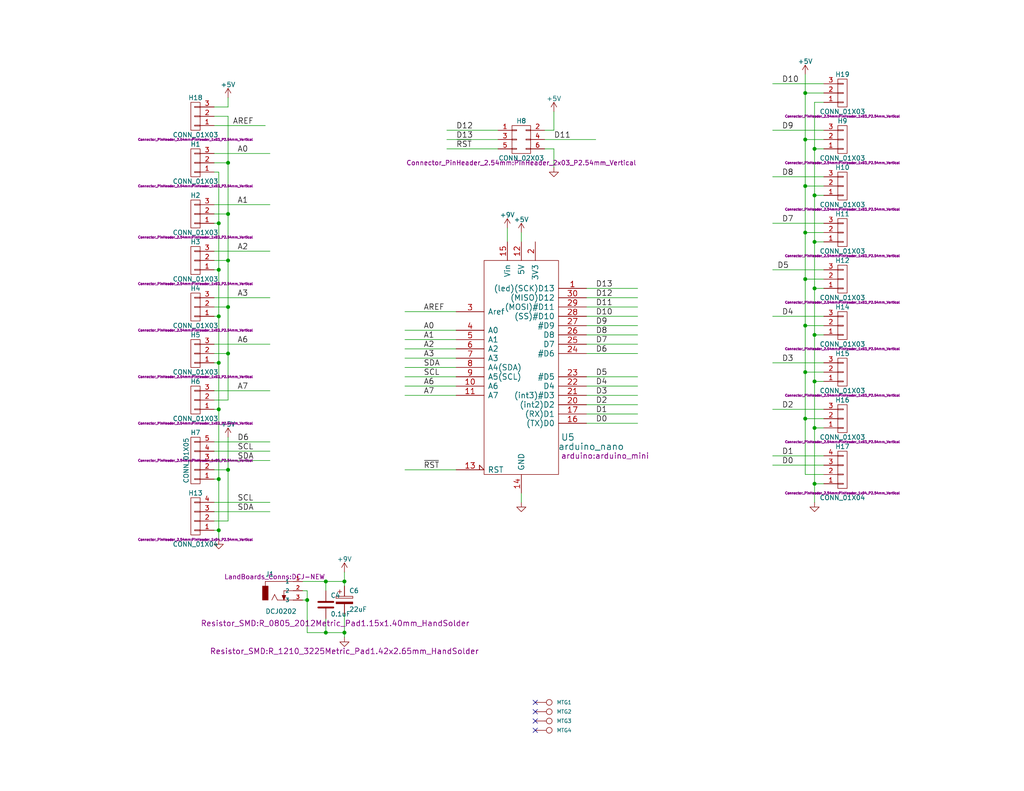
<source format=kicad_sch>
(kicad_sch (version 20211123) (generator eeschema)
  (paper "A")
  (title_block (title "NANO-BKOUT") (date "Wednesday, October 21, 2015") (rev "X1") (company "land-boards.com"))
  (lib_symbols
    (symbol "Device:C" (pin_numbers hide) (pin_names (offset 0.254))
      (property "Reference" "C" (at 0.635 2.54 0))
      (property "Value" "C" (at 0.635 -2.54 0))
      (symbol "C_0_1"
        (polyline (pts (xy -2.032 -0.762) (xy 2.032 -0.762)) (stroke (width 0.508)))
        (polyline (pts (xy -2.032 0.762) (xy 2.032 0.762)) (stroke (width 0.508)))
      )
      (symbol "C_1_1"
        (pin passive line (at 0 3.81 270) (length 2.794) (name "~") (number "1"))
        (pin passive line (at 0 -3.81 90) (length 2.794) (name "~") (number "2"))
      )
    )
    (symbol "Device:CP" (pin_numbers hide) (pin_names (offset 0.254))
      (property "Reference" "C" (at 0.635 2.54 0))
      (property "Value" "Device_CP" (at 0.635 -2.54 0))
      (symbol "CP_0_1"
        (rectangle (start -2.286 0.508) (end -2.286 1.016))
        (rectangle (start -2.286 0.508) (end 2.286 0.508))
        (polyline (pts (xy -1.778 2.286) (xy -0.762 2.286)))
        (polyline (pts (xy -1.27 2.794) (xy -1.27 1.778)))
        (rectangle (start 2.286 -0.508) (end -2.286 -1.016) (fill (type outline)))
        (rectangle (start 2.286 1.016) (end -2.286 1.016))
        (rectangle (start 2.286 1.016) (end 2.286 0.508))
      )
      (symbol "CP_1_1"
        (pin passive line (at 0 3.81 270) (length 2.794) (name "~") (number "1"))
        (pin passive line (at 0 -3.81 90) (length 2.794) (name "~") (number "2"))
      )
    )
    (symbol "NANO-BKOUT-rescue:CONN_01X03" (pin_names (offset 1.016) hide)
      (property "Reference" "P" (at 0 5.08 0))
      (property "Value" "CONN_01X03" (at 2.54 0 90))
      (symbol "CONN_01X03_0_1"
        (rectangle (start -1.27 -2.413) (end 0.254 -2.667))
        (rectangle (start -1.27 0.127) (end 0.254 -0.127))
        (rectangle (start -1.27 2.667) (end 0.254 2.413))
        (rectangle (start -1.27 3.81) (end 1.27 -3.81))
      )
      (symbol "CONN_01X03_1_1"
        (pin passive line (at -5.08 2.54 0) (length 3.81) (name "P1") (number "1"))
        (pin passive line (at -5.08 0 0) (length 3.81) (name "P2") (number "2"))
        (pin passive line (at -5.08 -2.54 0) (length 3.81) (name "P3") (number "3"))
      )
    )
    (symbol "NANO-BKOUT-rescue:CONN_01X04" (pin_names (offset 1.016) hide)
      (property "Reference" "P" (at 0 6.35 0))
      (property "Value" "CONN_01X04" (at 2.54 0 90))
      (symbol "CONN_01X04_0_1"
        (rectangle (start -1.27 -3.683) (end 0.254 -3.937))
        (rectangle (start -1.27 -1.143) (end 0.254 -1.397))
        (rectangle (start -1.27 1.397) (end 0.254 1.143))
        (rectangle (start -1.27 3.937) (end 0.254 3.683))
        (rectangle (start -1.27 5.08) (end 1.27 -5.08))
      )
      (symbol "CONN_01X04_1_1"
        (pin passive line (at -5.08 3.81 0) (length 3.81) (name "P1") (number "1"))
        (pin passive line (at -5.08 1.27 0) (length 3.81) (name "P2") (number "2"))
        (pin passive line (at -5.08 -1.27 0) (length 3.81) (name "P3") (number "3"))
        (pin passive line (at -5.08 -3.81 0) (length 3.81) (name "P4") (number "4"))
      )
    )
    (symbol "NANO-BKOUT-rescue:CONN_01X05" (pin_names (offset 1.016) hide)
      (property "Reference" "P" (at 0 7.62 0))
      (property "Value" "CONN_01X05" (at 2.54 0 90))
      (symbol "CONN_01X05_0_1"
        (rectangle (start -1.27 -4.953) (end 0.254 -5.207))
        (rectangle (start -1.27 -2.413) (end 0.254 -2.667))
        (rectangle (start -1.27 0.127) (end 0.254 -0.127))
        (rectangle (start -1.27 2.667) (end 0.254 2.413))
        (rectangle (start -1.27 5.207) (end 0.254 4.953))
        (rectangle (start -1.27 6.35) (end 1.27 -6.35))
      )
      (symbol "CONN_01X05_1_1"
        (pin passive line (at -5.08 5.08 0) (length 3.81) (name "P1") (number "1"))
        (pin passive line (at -5.08 2.54 0) (length 3.81) (name "P2") (number "2"))
        (pin passive line (at -5.08 0 0) (length 3.81) (name "P3") (number "3"))
        (pin passive line (at -5.08 -2.54 0) (length 3.81) (name "P4") (number "4"))
        (pin passive line (at -5.08 -5.08 0) (length 3.81) (name "P5") (number "5"))
      )
    )
    (symbol "NANO-BKOUT-rescue:CONN_02X03" (pin_names (offset 0.0254) hide)
      (property "Reference" "P" (at 0 5.08 0))
      (property "Value" "CONN_02X03" (at 0 -5.08 0))
      (symbol "CONN_02X03_0_1"
        (rectangle (start -2.54 -2.413) (end -1.27 -2.667))
        (rectangle (start -2.54 0.127) (end -1.27 -0.127))
        (rectangle (start -2.54 2.667) (end -1.27 2.413))
        (rectangle (start -2.54 3.81) (end 2.54 -3.81))
        (rectangle (start 1.27 -2.413) (end 2.54 -2.667))
        (rectangle (start 1.27 0.127) (end 2.54 -0.127))
        (rectangle (start 1.27 2.667) (end 2.54 2.413))
      )
      (symbol "CONN_02X03_1_1"
        (pin passive line (at -6.35 2.54 0) (length 3.81) (name "P1") (number "1"))
        (pin passive line (at 6.35 2.54 180) (length 3.81) (name "P2") (number "2"))
        (pin passive line (at -6.35 0 0) (length 3.81) (name "P3") (number "3"))
        (pin passive line (at 6.35 0 180) (length 3.81) (name "P4") (number "4"))
        (pin passive line (at -6.35 -2.54 0) (length 3.81) (name "P5") (number "5"))
        (pin passive line (at 6.35 -2.54 180) (length 3.81) (name "P6") (number "6"))
      )
    )
    (symbol "NANO-BKOUT-rescue:CONN_1" (pin_numbers hide) (pin_names (offset 0.762) hide)
      (property "Reference" "P" (at 2.032 0 0))
      (symbol "CONN_1_0_1"
        (polyline (pts (xy -0.762 0) (xy -1.27 0)))
        (circle (center 0 0) (radius 0.7874))
      )
      (symbol "CONN_1_1_1"
        (pin passive line (at -3.81 0 0) (length 2.54) (name "1") (number "1"))
      )
    )
    (symbol "NANO-BKOUT-rescue:DCJ0202" (pin_names (offset 1.016))
      (property "Reference" "J" (at -2.54 3.81 0))
      (property "Value" "DCJ0202" (at -2.54 -6.35 0))
      (symbol "DCJ0202_1_0"
        (polyline (pts (xy -2.54 2.54) (xy -2.54 1.27)))
        (polyline (pts (xy 0 -1.016) (xy -0.762 -2.54)))
        (polyline (pts (xy 0.762 -2.54) (xy 0 -1.016)))
        (polyline (pts (xy 2.54 -2.54) (xy 0.762 -2.54)))
        (polyline (pts (xy 2.54 0) (xy 2.54 -2.54)))
        (polyline (pts (xy 5.08 -2.54) (xy 2.54 -2.54)))
        (polyline (pts (xy 5.08 0) (xy 2.54 0)))
        (polyline (pts (xy 5.08 2.54) (xy -2.54 2.54)))
      )
      (symbol "DCJ0202_1_1"
        (rectangle (start -3.302 -2.54) (end -1.778 1.27) (fill (type outline)))
        (polyline (pts (xy 2.54 -2.54) (xy 2.032 -1.27) (xy 2.032 -1.27) (xy 3.048 -1.27) (xy 3.048 -1.27) (xy 2.54 -2.54)) (fill (type outline)))
        (pin passive line (at 7.62 2.54 180) (length 2.54) (name "1") (number "1"))
        (pin passive line (at 7.62 0 180) (length 2.54) (name "2") (number "2"))
        (pin passive line (at 7.62 -2.54 180) (length 2.54) (name "3") (number "3"))
      )
    )
    (symbol "NANO-BKOUT-rescue:arduino_mini" (pin_names (offset 1.016))
      (property "Reference" "U" (at 12.7 -24.13 0))
      (property "Value" "arduino_mini" (at 19.05 -26.67 0))
      (property "Footprint" "DIL20" (at 0 -1.27 0))
      (symbol "arduino_mini_0_0"
        (pin power_in line (at 0 -39.37 90) (length 5.08) (name "GND") (number "14"))
        (pin power_in line (at -3.81 29.21 270) (length 5.08) (name "Vin") (number "15"))
      )
      (symbol "arduino_mini_0_1"
        (rectangle (start -10.16 24.13) (end 10.16 -34.29))
      )
      (symbol "arduino_mini_1_1"
        (pin input line (at 17.78 16.51 180) (length 7.62) (name "(led)(SCK)D13") (number "1"))
        (pin bidirectional line (at -17.78 -10.16 0) (length 7.62) (name "A6") (number "10"))
        (pin bidirectional line (at -17.78 -12.7 0) (length 7.62) (name "A7") (number "11"))
        (pin power_out line (at 0 29.21 270) (length 5.08) (name "5V") (number "12"))
        (pin input input_low (at -17.78 -33.02 0) (length 7.62) (name "RST") (number "13"))
        (pin bidirectional line (at 17.78 -20.32 180) (length 7.62) (name "(TX)D0") (number "16"))
        (pin bidirectional line (at 17.78 -17.78 180) (length 7.62) (name "(RX)D1") (number "17"))
        (pin input input_low (at -17.78 -30.48 0) (length 7.62) hide (name "RST") (number "18"))
        (pin power_in line (at 2.54 -39.37 90) (length 5.08) hide (name "GND") (number "19"))
        (pin power_out line (at 3.81 29.21 270) (length 5.08) (name "3V3") (number "2"))
        (pin bidirectional line (at 17.78 -15.24 180) (length 7.62) (name "(int2)D2") (number "20"))
        (pin bidirectional line (at 17.78 -12.7 180) (length 7.62) (name "(int3)#D3") (number "21"))
        (pin bidirectional line (at 17.78 -10.16 180) (length 7.62) (name "D4") (number "22"))
        (pin bidirectional line (at 17.78 -7.62 180) (length 7.62) (name "#D5") (number "23"))
        (pin bidirectional line (at 17.78 -1.27 180) (length 7.62) (name "#D6") (number "24"))
        (pin bidirectional line (at 17.78 1.27 180) (length 7.62) (name "D7") (number "25"))
        (pin bidirectional line (at 17.78 3.81 180) (length 7.62) (name "D8") (number "26"))
        (pin bidirectional line (at 17.78 6.35 180) (length 7.62) (name "#D9") (number "27"))
        (pin bidirectional line (at 17.78 8.89 180) (length 7.62) (name "(SS)#D10") (number "28"))
        (pin bidirectional line (at 17.78 11.43 180) (length 7.62) (name "(MOSI)#D11") (number "29"))
        (pin input line (at -17.78 10.16 0) (length 7.62) (name "Aref") (number "3"))
        (pin bidirectional line (at 17.78 13.97 180) (length 7.62) (name "(MISO)D12") (number "30"))
        (pin bidirectional line (at -17.78 5.08 0) (length 7.62) (name "A0") (number "4"))
        (pin bidirectional line (at -17.78 2.54 0) (length 7.62) (name "A1") (number "5"))
        (pin bidirectional line (at -17.78 0 0) (length 7.62) (name "A2") (number "6"))
        (pin bidirectional line (at -17.78 -2.54 0) (length 7.62) (name "A3") (number "7"))
        (pin bidirectional line (at -17.78 -5.08 0) (length 7.62) (name "A4(SDA)") (number "8"))
        (pin bidirectional line (at -17.78 -7.62 0) (length 7.62) (name "A5(SCL)") (number "9"))
      )
    )
    (symbol "power:+5V" (power) (pin_names (offset 0))
      (property "Value" "+5V" (at 0 3.556 0))
      (symbol "+5V_0_1"
        (polyline (pts (xy -0.762 1.27) (xy 0 2.54)))
        (polyline (pts (xy 0 0) (xy 0 2.54)))
        (polyline (pts (xy 0 2.54) (xy 0.762 1.27)))
      )
      (symbol "+5V_1_1"
        (pin power_in line (at 0 0 90) (length 0) hide (name "+5V") (number "1"))
      )
    )
    (symbol "power:+9V" (power) (pin_names (offset 0))
      (property "Value" "+9V" (at 0 3.556 0))
      (symbol "+9V_0_1"
        (polyline (pts (xy -0.762 1.27) (xy 0 2.54)))
        (polyline (pts (xy 0 0) (xy 0 2.54)))
        (polyline (pts (xy 0 2.54) (xy 0.762 1.27)))
      )
      (symbol "+9V_1_1"
        (pin power_in line (at 0 0 90) (length 0) hide (name "+9V") (number "1"))
      )
    )
    (symbol "power:GND" (power) (pin_names (offset 0))
      (property "Value" "GND" (at 0 -3.81 0))
      (symbol "GND_0_1"
        (polyline (pts (xy 0 0) (xy 0 -1.27) (xy 1.27 -1.27) (xy 0 -2.54) (xy -1.27 -1.27) (xy 0 -1.27)))
      )
      (symbol "GND_1_1"
        (pin power_in line (at 0 0 270) (length 0) hide (name "GND") (number "1"))
      )
    )
  )
  (junction (at 219.71 38.1))
  (junction (at 59.69 144.78))
  (junction (at 59.69 130.81))
  (junction (at 219.71 114.3))
  (junction (at 93.98 158.75))
  (junction (at 222.25 132.08))
  (junction (at 222.25 104.14))
  (junction (at 222.25 91.44))
  (junction (at 222.25 116.84))
  (junction (at 62.23 96.52))
  (junction (at 219.71 50.8))
  (junction (at 59.69 86.36))
  (junction (at 219.71 88.9))
  (junction (at 59.69 73.66))
  (junction (at 93.98 172.72))
  (junction (at 62.23 58.42))
  (junction (at 88.9 158.75))
  (junction (at 219.71 101.6))
  (junction (at 59.69 99.06))
  (junction (at 62.23 128.27))
  (junction (at 59.69 111.76))
  (junction (at 219.71 63.5))
  (junction (at 222.25 40.64))
  (junction (at 88.9 172.72))
  (junction (at 222.25 78.74))
  (junction (at 219.71 25.4))
  (junction (at 83.82 163.83))
  (junction (at 219.71 76.2))
  (junction (at 222.25 66.04))
  (junction (at 62.23 71.12))
  (junction (at 59.69 60.96))
  (junction (at 222.25 53.34))
  (junction (at 62.23 44.45))
  (junction (at 62.23 83.82))
  (no_connect (at 146.05 196.85))
  (no_connect (at 146.05 199.39))
  (no_connect (at 146.05 194.31))
  (no_connect (at 146.05 191.77))
  (wire (pts (xy 110.49 97.79) (xy 124.46 97.79)))
  (wire (pts (xy 82.55 163.83) (xy 83.82 163.83)))
  (wire (pts (xy 219.71 88.9) (xy 219.71 101.6)))
  (wire (pts (xy 224.79 25.4) (xy 219.71 25.4)))
  (wire (pts (xy 219.71 20.32) (xy 219.71 25.4)))
  (wire (pts (xy 88.9 168.91) (xy 88.9 172.72)))
  (wire (pts (xy 210.82 127) (xy 224.79 127)))
  (wire (pts (xy 88.9 172.72) (xy 93.98 172.72)))
  (wire (pts (xy 219.71 76.2) (xy 219.71 88.9)))
  (wire (pts (xy 58.42 123.19) (xy 73.66 123.19)))
  (wire (pts (xy 222.25 40.64) (xy 224.79 40.64)))
  (wire (pts (xy 210.82 35.56) (xy 224.79 35.56)))
  (wire (pts (xy 62.23 58.42) (xy 62.23 71.12)))
  (wire (pts (xy 88.9 158.75) (xy 93.98 158.75)))
  (wire (pts (xy 173.99 113.03) (xy 160.02 113.03)))
  (wire (pts (xy 58.42 44.45) (xy 62.23 44.45)))
  (wire (pts (xy 58.42 68.58) (xy 73.66 68.58)))
  (wire (pts (xy 224.79 116.84) (xy 222.25 116.84)))
  (wire (pts (xy 62.23 96.52) (xy 58.42 96.52)))
  (wire (pts (xy 58.42 130.81) (xy 59.69 130.81)))
  (wire (pts (xy 173.99 107.95) (xy 160.02 107.95)))
  (wire (pts (xy 62.23 71.12) (xy 62.23 83.82)))
  (wire (pts (xy 173.99 91.44) (xy 160.02 91.44)))
  (wire (pts (xy 210.82 111.76) (xy 224.79 111.76)))
  (wire (pts (xy 59.69 86.36) (xy 59.69 99.06)))
  (wire (pts (xy 110.49 95.25) (xy 124.46 95.25)))
  (wire (pts (xy 224.79 76.2) (xy 219.71 76.2)))
  (wire (pts (xy 219.71 25.4) (xy 219.71 38.1)))
  (wire (pts (xy 58.42 73.66) (xy 59.69 73.66)))
  (wire (pts (xy 210.82 60.96) (xy 224.79 60.96)))
  (wire (pts (xy 222.25 27.94) (xy 222.25 40.64)))
  (wire (pts (xy 62.23 109.22) (xy 58.42 109.22)))
  (wire (pts (xy 82.55 161.29) (xy 83.82 161.29)))
  (wire (pts (xy 219.71 114.3) (xy 219.71 129.54)))
  (wire (pts (xy 222.25 104.14) (xy 222.25 116.84)))
  (wire (pts (xy 219.71 38.1) (xy 219.71 50.8)))
  (wire (pts (xy 93.98 167.64) (xy 93.98 172.72)))
  (wire (pts (xy 83.82 172.72) (xy 88.9 172.72)))
  (wire (pts (xy 160.02 78.74) (xy 173.99 78.74)))
  (wire (pts (xy 160.02 102.87) (xy 173.99 102.87)))
  (wire (pts (xy 224.79 124.46) (xy 210.82 124.46)))
  (wire (pts (xy 173.99 83.82) (xy 160.02 83.82)))
  (wire (pts (xy 142.24 134.62) (xy 142.24 137.16)))
  (wire (pts (xy 62.23 83.82) (xy 62.23 96.52)))
  (wire (pts (xy 148.59 35.56) (xy 151.13 35.56)))
  (wire (pts (xy 88.9 161.29) (xy 88.9 158.75)))
  (wire (pts (xy 58.42 86.36) (xy 59.69 86.36)))
  (wire (pts (xy 151.13 40.64) (xy 151.13 45.72)))
  (wire (pts (xy 138.43 62.23) (xy 138.43 66.04)))
  (wire (pts (xy 142.24 63.5) (xy 142.24 66.04)))
  (wire (pts (xy 160.02 93.98) (xy 173.99 93.98)))
  (wire (pts (xy 110.49 85.09) (xy 124.46 85.09)))
  (wire (pts (xy 160.02 88.9) (xy 173.99 88.9)))
  (wire (pts (xy 58.42 46.99) (xy 59.69 46.99)))
  (wire (pts (xy 224.79 88.9) (xy 219.71 88.9)))
  (wire (pts (xy 59.69 111.76) (xy 59.69 130.81)))
  (wire (pts (xy 224.79 99.06) (xy 210.82 99.06)))
  (wire (pts (xy 224.79 50.8) (xy 219.71 50.8)))
  (wire (pts (xy 58.42 99.06) (xy 59.69 99.06)))
  (wire (pts (xy 160.02 110.49) (xy 173.99 110.49)))
  (wire (pts (xy 58.42 106.68) (xy 73.66 106.68)))
  (wire (pts (xy 160.02 81.28) (xy 173.99 81.28)))
  (wire (pts (xy 82.55 158.75) (xy 88.9 158.75)))
  (wire (pts (xy 93.98 158.75) (xy 93.98 160.02)))
  (wire (pts (xy 222.25 132.08) (xy 224.79 132.08)))
  (wire (pts (xy 58.42 55.88) (xy 73.66 55.88)))
  (wire (pts (xy 219.71 50.8) (xy 219.71 63.5)))
  (wire (pts (xy 222.25 66.04) (xy 222.25 78.74)))
  (wire (pts (xy 222.25 132.08) (xy 222.25 137.16)))
  (wire (pts (xy 224.79 63.5) (xy 219.71 63.5)))
  (wire (pts (xy 224.79 104.14) (xy 222.25 104.14)))
  (wire (pts (xy 58.42 29.21) (xy 62.23 29.21)))
  (wire (pts (xy 160.02 96.52) (xy 173.99 96.52)))
  (wire (pts (xy 210.82 73.66) (xy 224.79 73.66)))
  (wire (pts (xy 83.82 161.29) (xy 83.82 163.83)))
  (wire (pts (xy 160.02 115.57) (xy 173.99 115.57)))
  (wire (pts (xy 224.79 48.26) (xy 210.82 48.26)))
  (wire (pts (xy 110.49 128.27) (xy 124.46 128.27)))
  (wire (pts (xy 224.79 38.1) (xy 219.71 38.1)))
  (wire (pts (xy 62.23 128.27) (xy 58.42 128.27)))
  (wire (pts (xy 110.49 102.87) (xy 124.46 102.87)))
  (wire (pts (xy 110.49 107.95) (xy 124.46 107.95)))
  (wire (pts (xy 59.69 99.06) (xy 59.69 111.76)))
  (wire (pts (xy 62.23 83.82) (xy 58.42 83.82)))
  (wire (pts (xy 151.13 35.56) (xy 151.13 30.48)))
  (wire (pts (xy 224.79 114.3) (xy 219.71 114.3)))
  (wire (pts (xy 160.02 105.41) (xy 173.99 105.41)))
  (wire (pts (xy 58.42 81.28) (xy 73.66 81.28)))
  (wire (pts (xy 58.42 120.65) (xy 73.66 120.65)))
  (wire (pts (xy 58.42 144.78) (xy 59.69 144.78)))
  (wire (pts (xy 222.25 78.74) (xy 222.25 91.44)))
  (wire (pts (xy 210.82 86.36) (xy 224.79 86.36)))
  (wire (pts (xy 222.25 40.64) (xy 222.25 53.34)))
  (wire (pts (xy 73.66 125.73) (xy 58.42 125.73)))
  (wire (pts (xy 121.92 38.1) (xy 135.89 38.1)))
  (wire (pts (xy 58.42 60.96) (xy 59.69 60.96)))
  (wire (pts (xy 62.23 96.52) (xy 62.23 109.22)))
  (wire (pts (xy 93.98 156.21) (xy 93.98 158.75)))
  (wire (pts (xy 210.82 22.86) (xy 224.79 22.86)))
  (wire (pts (xy 222.25 116.84) (xy 222.25 132.08)))
  (wire (pts (xy 224.79 91.44) (xy 222.25 91.44)))
  (wire (pts (xy 124.46 105.41) (xy 110.49 105.41)))
  (wire (pts (xy 59.69 144.78) (xy 59.69 147.32)))
  (wire (pts (xy 58.42 41.91) (xy 73.66 41.91)))
  (wire (pts (xy 62.23 128.27) (xy 62.23 142.24)))
  (wire (pts (xy 58.42 111.76) (xy 59.69 111.76)))
  (wire (pts (xy 73.66 93.98) (xy 58.42 93.98)))
  (wire (pts (xy 59.69 130.81) (xy 59.69 144.78)))
  (wire (pts (xy 219.71 129.54) (xy 224.79 129.54)))
  (wire (pts (xy 59.69 46.99) (xy 59.69 60.96)))
  (wire (pts (xy 110.49 90.17) (xy 124.46 90.17)))
  (wire (pts (xy 121.92 40.64) (xy 135.89 40.64)))
  (wire (pts (xy 224.79 53.34) (xy 222.25 53.34)))
  (wire (pts (xy 59.69 60.96) (xy 59.69 73.66)))
  (wire (pts (xy 62.23 44.45) (xy 62.23 58.42)))
  (wire (pts (xy 224.79 66.04) (xy 222.25 66.04)))
  (wire (pts (xy 219.71 101.6) (xy 219.71 114.3)))
  (wire (pts (xy 62.23 142.24) (xy 58.42 142.24)))
  (wire (pts (xy 160.02 86.36) (xy 173.99 86.36)))
  (wire (pts (xy 83.82 163.83) (xy 83.82 172.72)))
  (wire (pts (xy 222.25 53.34) (xy 222.25 66.04)))
  (wire (pts (xy 219.71 63.5) (xy 219.71 76.2)))
  (wire (pts (xy 148.59 40.64) (xy 151.13 40.64)))
  (wire (pts (xy 73.66 139.7) (xy 58.42 139.7)))
  (wire (pts (xy 62.23 58.42) (xy 58.42 58.42)))
  (wire (pts (xy 62.23 119.38) (xy 62.23 128.27)))
  (wire (pts (xy 62.23 31.75) (xy 62.23 44.45)))
  (wire (pts (xy 58.42 34.29) (xy 72.39 34.29)))
  (wire (pts (xy 62.23 71.12) (xy 58.42 71.12)))
  (wire (pts (xy 93.98 172.72) (xy 93.98 173.99)))
  (wire (pts (xy 224.79 78.74) (xy 222.25 78.74)))
  (wire (pts (xy 224.79 101.6) (xy 219.71 101.6)))
  (wire (pts (xy 124.46 100.33) (xy 110.49 100.33)))
  (wire (pts (xy 121.92 35.56) (xy 135.89 35.56)))
  (wire (pts (xy 62.23 29.21) (xy 62.23 26.67)))
  (wire (pts (xy 110.49 92.71) (xy 124.46 92.71)))
  (wire (pts (xy 162.56 38.1) (xy 148.59 38.1)))
  (wire (pts (xy 58.42 31.75) (xy 62.23 31.75)))
  (wire (pts (xy 222.25 27.94) (xy 224.79 27.94)))
  (wire (pts (xy 222.25 91.44) (xy 222.25 104.14)))
  (wire (pts (xy 58.42 137.16) (xy 73.66 137.16)))
  (wire (pts (xy 59.69 73.66) (xy 59.69 86.36)))
  (label "~{RST}" (at 124.46 40.64 0) (effects (font (size 1.524 1.524))))
  (label "A7" (at 64.77 106.68 0) (effects (font (size 1.524 1.524))))
  (label "A0" (at 64.77 41.91 0) (effects (font (size 1.524 1.524))))
  (label "AREF" (at 115.57 85.09 0) (effects (font (size 1.524 1.524))))
  (label "D5" (at 162.56 102.87 0) (effects (font (size 1.524 1.524))))
  (label "A1" (at 115.57 92.71 0) (effects (font (size 1.524 1.524))))
  (label "SDA" (at 115.57 100.33 0) (effects (font (size 1.524 1.524))))
  (label "D13" (at 162.56 78.74 0) (effects (font (size 1.524 1.524))))
  (label "D12" (at 162.56 81.28 0) (effects (font (size 1.524 1.524))))
  (label "D2" (at 162.56 110.49 0) (effects (font (size 1.524 1.524))))
  (label "~{RST}" (at 115.57 128.27 0) (effects (font (size 1.524 1.524))))
  (label "SCL" (at 115.57 102.87 0) (effects (font (size 1.524 1.524))))
  (label "D10" (at 213.36 22.86 0) (effects (font (size 1.524 1.524))))
  (label "A2" (at 115.57 95.25 0) (effects (font (size 1.524 1.524))))
  (label "A1" (at 64.77 55.88 0) (effects (font (size 1.524 1.524))))
  (label "AREF" (at 63.5 34.29 0) (effects (font (size 1.524 1.524))))
  (label "A6" (at 64.77 93.98 0) (effects (font (size 1.524 1.524))))
  (label "A3" (at 64.77 81.28 0) (effects (font (size 1.524 1.524))))
  (label "D3" (at 162.56 107.95 0) (effects (font (size 1.524 1.524))))
  (label "D0" (at 213.36 127 0) (effects (font (size 1.524 1.524))))
  (label "SCL" (at 64.77 137.16 0) (effects (font (size 1.524 1.524))))
  (label "D8" (at 213.36 48.26 0) (effects (font (size 1.524 1.524))))
  (label "SCL" (at 64.77 123.19 0) (effects (font (size 1.524 1.524))))
  (label "A0" (at 115.57 90.17 0) (effects (font (size 1.524 1.524))))
  (label "D6" (at 64.77 120.65 0) (effects (font (size 1.524 1.524))))
  (label "D6" (at 162.56 96.52 0) (effects (font (size 1.524 1.524))))
  (label "D5" (at 212.09 73.66 0) (effects (font (size 1.524 1.524))))
  (label "D13" (at 124.46 38.1 0) (effects (font (size 1.524 1.524))))
  (label "SDA" (at 64.77 125.73 0) (effects (font (size 1.524 1.524))))
  (label "D4" (at 162.56 105.41 0) (effects (font (size 1.524 1.524))))
  (label "A7" (at 115.57 107.95 0) (effects (font (size 1.524 1.524))))
  (label "D1" (at 213.36 124.46 0) (effects (font (size 1.524 1.524))))
  (label "D9" (at 162.56 88.9 0) (effects (font (size 1.524 1.524))))
  (label "D9" (at 213.36 35.56 0) (effects (font (size 1.524 1.524))))
  (label "SDA" (at 64.77 139.7 0) (effects (font (size 1.524 1.524))))
  (label "D1" (at 162.56 113.03 0) (effects (font (size 1.524 1.524))))
  (label "A6" (at 115.57 105.41 0) (effects (font (size 1.524 1.524))))
  (label "A3" (at 115.57 97.79 0) (effects (font (size 1.524 1.524))))
  (label "D11" (at 151.13 38.1 0) (effects (font (size 1.524 1.524))))
  (label "D12" (at 124.46 35.56 0) (effects (font (size 1.524 1.524))))
  (label "D10" (at 162.56 86.36 0) (effects (font (size 1.524 1.524))))
  (label "D11" (at 162.56 83.82 0) (effects (font (size 1.524 1.524))))
  (label "D7" (at 162.56 93.98 0) (effects (font (size 1.524 1.524))))
  (label "D7" (at 213.36 60.96 0) (effects (font (size 1.524 1.524))))
  (label "D8" (at 162.56 91.44 0) (effects (font (size 1.524 1.524))))
  (label "D2" (at 213.36 111.76 0) (effects (font (size 1.524 1.524))))
  (label "D3" (at 213.36 99.06 0) (effects (font (size 1.524 1.524))))
  (label "D4" (at 213.36 86.36 0) (effects (font (size 1.524 1.524))))
  (label "D0" (at 162.56 115.57 0) (effects (font (size 1.524 1.524))))
  (label "A2" (at 64.77 68.58 0) (effects (font (size 1.524 1.524))))
  (symbol (lib_id "NANO-BKOUT-rescue:CONN_1") (at 149.86 191.77 0) (unit 1)
    (property "Reference" "MTG1" (at 151.892 191.77 0) (effects (font (size 1.016 1.016)) (justify left)))
    (property "Value" "CONN_1" (effects hide))
    (property "Footprint" "LandBoards_MountHoles:MTG-4-40" (effects hide))
  )
  (symbol (lib_id "NANO-BKOUT-rescue:CONN_1") (at 149.86 194.31 0) (unit 1)
    (property "Reference" "MTG2" (at 151.892 194.31 0) (effects (font (size 1.016 1.016)) (justify left)))
    (property "Value" "CONN_1" (effects hide))
    (property "Footprint" "LandBoards_MountHoles:MTG-4-40" (effects hide))
  )
  (symbol (lib_id "NANO-BKOUT-rescue:CONN_1") (at 149.86 199.39 0) (unit 1)
    (property "Reference" "MTG4" (at 151.892 199.39 0) (effects (font (size 1.016 1.016)) (justify left)))
    (property "Value" "CONN_1" (effects hide))
    (property "Footprint" "LandBoards_MountHoles:MTG-4-40" (effects hide))
  )
  (symbol (lib_id "NANO-BKOUT-rescue:CONN_1") (at 149.86 196.85 0) (unit 1)
    (property "Reference" "MTG3" (at 151.892 196.85 0) (effects (font (size 1.016 1.016)) (justify left)))
    (property "Value" "CONN_1" (effects hide))
    (property "Footprint" "LandBoards_MountHoles:MTG-4-40" (effects hide))
  )
  (symbol (lib_id "NANO-BKOUT-rescue:arduino_mini") (at 142.24 95.25 0) (unit 1)
    (property "Reference" "U5" (at 154.94 119.38 0) (effects (font (size 1.778 1.778))))
    (property "Value" "arduino_nano" (at 161.29 121.92 0) (effects (font (size 1.778 1.778))))
    (property "Footprint" "arduino:arduino_mini" (at 165.1 124.46 0) (effects (font (size 1.524 1.524))))
  )
  (symbol (lib_id "power:GND") (at 93.98 173.99 0) (unit 1)
    (property "Reference" "#PWR01" (effects hide))
    (property "Value" "GND" (effects hide))
  )
  (symbol (lib_id "Device:C") (at 88.9 165.1 0) (unit 1)
    (property "Reference" "C4" (at 90.17 162.56 0) (effects (justify left)))
    (property "Value" "0.1uF" (at 90.17 167.64 0) (effects (justify left)))
    (property "Footprint" "Resistor_SMD:R_0805_2012Metric_Pad1.15x1.40mm_HandSolder" (at 91.44 170.18 0) (effects (font (size 1.524 1.524))))
  )
  (symbol (lib_id "NANO-BKOUT-rescue:DCJ0202") (at 74.93 161.29 0) (unit 1)
    (property "Reference" "J1" (at 72.39 157.48 0) (effects (justify left bottom)))
    (property "Value" "DCJ0202" (at 72.39 167.64 0) (effects (justify left bottom)))
    (property "Footprint" "LandBoards_Conns:DCJ-NEW" (at 74.93 157.48 0))
  )
  (symbol (lib_id "power:GND") (at 142.24 137.16 0) (unit 1)
    (property "Reference" "#PWR02" (effects hide))
    (property "Value" "GND" (effects hide))
  )
  (symbol (lib_id "power:+5V") (at 142.24 63.5 0) (unit 1)
    (property "Reference" "#PWR03" (effects hide))
    (property "Value" "+5V" (at 142.24 59.944 0))
  )
  (symbol (lib_id "power:+9V") (at 93.98 156.21 0) (unit 1)
    (property "Reference" "#PWR04" (effects hide))
    (property "Value" "+9V" (at 93.98 152.654 0))
  )
  (symbol (lib_id "power:+9V") (at 138.43 62.23 0) (unit 1)
    (property "Reference" "#PWR05" (effects hide))
    (property "Value" "+9V" (at 138.43 58.674 0))
  )
  (symbol (lib_id "Device:CP") (at 93.98 163.83 0) (unit 1)
    (property "Reference" "C6" (at 95.25 161.29 0) (effects (justify left)))
    (property "Value" "22uF" (at 95.25 166.37 0) (effects (justify left)))
    (property "Footprint" "Resistor_SMD:R_1210_3225Metric_Pad1.42x2.65mm_HandSolder" (at 93.98 177.8 0) (effects (font (size 1.524 1.524))))
  )
  (symbol (lib_id "NANO-BKOUT-rescue:CONN_01X03") (at 53.34 44.45 180) (unit 1)
    (property "Reference" "H1" (at 53.34 39.37 0))
    (property "Value" "CONN_01X03" (at 53.34 49.53 0))
    (property "Footprint" "Connector_PinHeader_2.54mm:PinHeader_1x03_P2.54mm_Vertical" (at 53.34 50.8 0) (effects (font (size 0.635 0.635))))
  )
  (symbol (lib_id "NANO-BKOUT-rescue:CONN_01X03") (at 53.34 58.42 180) (unit 1)
    (property "Reference" "H2" (at 53.34 53.34 0))
    (property "Value" "CONN_01X03" (at 53.34 63.5 0))
    (property "Footprint" "Connector_PinHeader_2.54mm:PinHeader_1x03_P2.54mm_Vertical" (at 53.34 64.77 0) (effects (font (size 0.635 0.635))))
  )
  (symbol (lib_id "NANO-BKOUT-rescue:CONN_01X03") (at 53.34 71.12 180) (unit 1)
    (property "Reference" "H3" (at 53.34 66.04 0))
    (property "Value" "CONN_01X03" (at 53.34 76.2 0))
    (property "Footprint" "Connector_PinHeader_2.54mm:PinHeader_1x03_P2.54mm_Vertical" (at 53.34 77.47 0) (effects (font (size 0.635 0.635))))
  )
  (symbol (lib_id "NANO-BKOUT-rescue:CONN_01X03") (at 53.34 83.82 180) (unit 1)
    (property "Reference" "H4" (at 53.34 78.74 0))
    (property "Value" "CONN_01X03" (at 53.34 88.9 0))
    (property "Footprint" "Connector_PinHeader_2.54mm:PinHeader_1x03_P2.54mm_Vertical" (at 53.34 90.17 0) (effects (font (size 0.635 0.635))))
  )
  (symbol (lib_id "NANO-BKOUT-rescue:CONN_01X03") (at 53.34 96.52 180) (unit 1)
    (property "Reference" "H5" (at 53.34 91.44 0))
    (property "Value" "CONN_01X03" (at 53.34 101.6 0))
    (property "Footprint" "Connector_PinHeader_2.54mm:PinHeader_1x03_P2.54mm_Vertical" (at 53.34 102.87 0) (effects (font (size 0.635 0.635))))
  )
  (symbol (lib_id "NANO-BKOUT-rescue:CONN_01X03") (at 53.34 109.22 180) (unit 1)
    (property "Reference" "H6" (at 53.34 104.14 0))
    (property "Value" "CONN_01X03" (at 53.34 114.3 0))
    (property "Footprint" "Connector_PinHeader_2.54mm:PinHeader_1x03_P2.54mm_Vertical" (at 53.34 115.57 0) (effects (font (size 0.635 0.635))))
  )
  (symbol (lib_id "power:+5V") (at 62.23 26.67 0) (unit 1)
    (property "Reference" "#PWR06" (effects hide))
    (property "Value" "+5V" (at 62.23 23.114 0))
  )
  (symbol (lib_id "power:GND") (at 59.69 147.32 0) (unit 1)
    (property "Reference" "#PWR07" (effects hide))
    (property "Value" "GND" (effects hide))
  )
  (symbol (lib_id "NANO-BKOUT-rescue:CONN_01X04") (at 229.87 128.27 0) (mirror x) (unit 1)
    (property "Reference" "H17" (at 229.87 121.92 0))
    (property "Value" "CONN_01X04" (at 229.87 135.89 0))
    (property "Footprint" "Connector_PinHeader_2.54mm:PinHeader_1x04_P2.54mm_Vertical" (at 229.87 134.62 0) (effects (font (size 0.635 0.635))))
  )
  (symbol (lib_id "power:GND") (at 222.25 137.16 0) (unit 1)
    (property "Reference" "#PWR08" (effects hide))
    (property "Value" "GND" (effects hide))
  )
  (symbol (lib_id "NANO-BKOUT-rescue:CONN_01X03") (at 229.87 114.3 0) (mirror x) (unit 1)
    (property "Reference" "H16" (at 229.87 109.22 0))
    (property "Value" "CONN_01X03" (at 229.87 119.38 0))
    (property "Footprint" "Connector_PinHeader_2.54mm:PinHeader_1x03_P2.54mm_Vertical" (at 229.87 120.65 0) (effects (font (size 0.635 0.635))))
  )
  (symbol (lib_id "NANO-BKOUT-rescue:CONN_01X03") (at 229.87 101.6 0) (mirror x) (unit 1)
    (property "Reference" "H15" (at 229.87 96.52 0))
    (property "Value" "CONN_01X03" (at 229.87 106.68 0))
    (property "Footprint" "Connector_PinHeader_2.54mm:PinHeader_1x03_P2.54mm_Vertical" (at 229.87 107.95 0) (effects (font (size 0.635 0.635))))
  )
  (symbol (lib_id "NANO-BKOUT-rescue:CONN_01X03") (at 229.87 88.9 0) (mirror x) (unit 1)
    (property "Reference" "H14" (at 229.87 83.82 0))
    (property "Value" "CONN_01X03" (at 229.87 93.98 0))
    (property "Footprint" "Connector_PinHeader_2.54mm:PinHeader_1x03_P2.54mm_Vertical" (at 229.87 95.25 0) (effects (font (size 0.635 0.635))))
  )
  (symbol (lib_id "NANO-BKOUT-rescue:CONN_01X03") (at 229.87 76.2 0) (mirror x) (unit 1)
    (property "Reference" "H12" (at 229.87 71.12 0))
    (property "Value" "CONN_01X03" (at 229.87 81.28 0))
    (property "Footprint" "Connector_PinHeader_2.54mm:PinHeader_1x03_P2.54mm_Vertical" (at 229.87 82.55 0) (effects (font (size 0.635 0.635))))
  )
  (symbol (lib_id "NANO-BKOUT-rescue:CONN_01X03") (at 229.87 63.5 0) (mirror x) (unit 1)
    (property "Reference" "H11" (at 229.87 58.42 0))
    (property "Value" "CONN_01X03" (at 229.87 68.58 0))
    (property "Footprint" "Connector_PinHeader_2.54mm:PinHeader_1x03_P2.54mm_Vertical" (at 229.87 69.85 0) (effects (font (size 0.635 0.635))))
  )
  (symbol (lib_id "NANO-BKOUT-rescue:CONN_01X03") (at 229.87 50.8 0) (mirror x) (unit 1)
    (property "Reference" "H10" (at 229.87 45.72 0))
    (property "Value" "CONN_01X03" (at 229.87 55.88 0))
    (property "Footprint" "Connector_PinHeader_2.54mm:PinHeader_1x03_P2.54mm_Vertical" (at 229.87 57.15 0) (effects (font (size 0.635 0.635))))
  )
  (symbol (lib_id "NANO-BKOUT-rescue:CONN_01X03") (at 229.87 38.1 0) (mirror x) (unit 1)
    (property "Reference" "H9" (at 229.87 33.02 0))
    (property "Value" "CONN_01X03" (at 229.87 43.18 0))
    (property "Footprint" "Connector_PinHeader_2.54mm:PinHeader_1x03_P2.54mm_Vertical" (at 229.87 44.45 0) (effects (font (size 0.635 0.635))))
  )
  (symbol (lib_id "power:+5V") (at 219.71 20.32 0) (unit 1)
    (property "Reference" "#PWR09" (effects hide))
    (property "Value" "+5V" (at 219.71 16.764 0))
  )
  (symbol (lib_id "NANO-BKOUT-rescue:CONN_02X03") (at 142.24 38.1 0) (unit 1)
    (property "Reference" "H8" (at 142.24 33.02 0))
    (property "Value" "CONN_02X03" (at 142.24 43.18 0))
    (property "Footprint" "Connector_PinHeader_2.54mm:PinHeader_2x03_P2.54mm_Vertical" (at 142.24 44.45 0))
  )
  (symbol (lib_id "power:+5V") (at 151.13 30.48 0) (unit 1)
    (property "Reference" "#PWR010" (effects hide))
    (property "Value" "+5V" (at 151.13 26.924 0))
  )
  (symbol (lib_id "power:GND") (at 151.13 45.72 0) (unit 1)
    (property "Reference" "#PWR011" (effects hide))
    (property "Value" "GND" (effects hide))
  )
  (symbol (lib_id "NANO-BKOUT-rescue:CONN_01X05") (at 53.34 125.73 180) (unit 1)
    (property "Reference" "H7" (at 53.34 118.11 0))
    (property "Value" "CONN_01X05" (at 50.8 125.73 90))
    (property "Footprint" "Connector_PinHeader_2.54mm:PinHeader_1x05_P2.54mm_Vertical" (at 53.34 125.73 0) (effects (font (size 0.635 0.635))))
  )
  (symbol (lib_id "NANO-BKOUT-rescue:CONN_01X04") (at 53.34 140.97 180) (unit 1)
    (property "Reference" "H13" (at 53.34 134.62 0))
    (property "Value" "CONN_01X04" (at 53.34 148.59 0))
    (property "Footprint" "Connector_PinHeader_2.54mm:PinHeader_1x04_P2.54mm_Vertical" (at 53.34 147.32 0) (effects (font (size 0.635 0.635))))
  )
  (symbol (lib_id "power:+5V") (at 62.23 119.38 0) (unit 1)
    (property "Reference" "#PWR012" (effects hide))
    (property "Value" "+5V" (at 62.23 115.824 0))
  )
  (symbol (lib_id "NANO-BKOUT-rescue:CONN_01X03") (at 53.34 31.75 180) (unit 1)
    (property "Reference" "H18" (at 53.34 26.67 0))
    (property "Value" "CONN_01X03" (at 53.34 36.83 0))
    (property "Footprint" "Connector_PinHeader_2.54mm:PinHeader_1x03_P2.54mm_Vertical" (at 53.34 38.1 0) (effects (font (size 0.635 0.635))))
  )
  (symbol (lib_id "NANO-BKOUT-rescue:CONN_01X03") (at 229.87 25.4 0) (mirror x) (unit 1)
    (property "Reference" "H19" (at 229.87 20.32 0))
    (property "Value" "CONN_01X03" (at 229.87 30.48 0))
    (property "Footprint" "Connector_PinHeader_2.54mm:PinHeader_1x03_P2.54mm_Vertical" (at 229.87 31.75 0) (effects (font (size 0.635 0.635))))
  )
)
</source>
